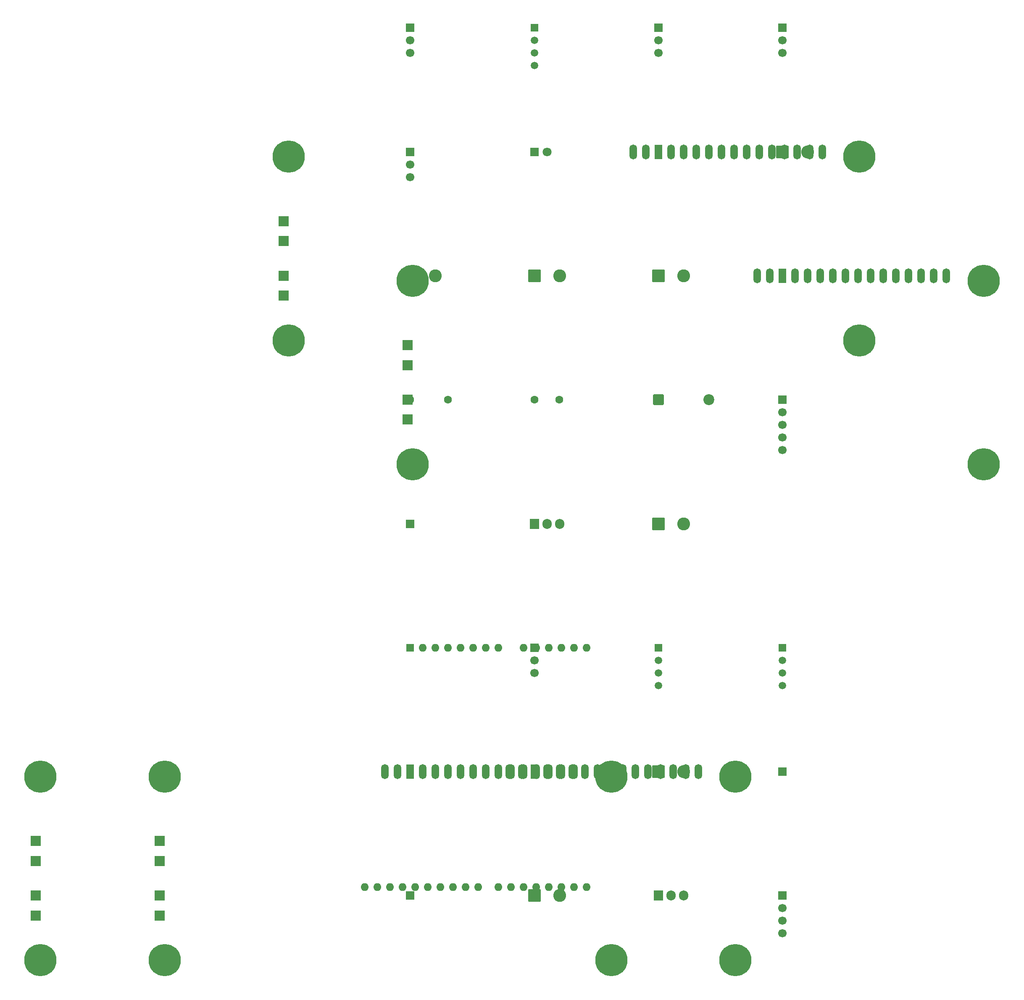
<source format=gbl>
%TF.GenerationSoftware,KiCad,Pcbnew,9.0.7*%
%TF.CreationDate,2026-02-17T01:20:27+05:30*%
%TF.ProjectId,design,64657369-676e-42e6-9b69-6361645f7063,rev?*%
%TF.SameCoordinates,Original*%
%TF.FileFunction,Copper,L2,Bot*%
%TF.FilePolarity,Positive*%
%FSLAX46Y46*%
G04 Gerber Fmt 4.6, Leading zero omitted, Abs format (unit mm)*
G04 Created by KiCad (PCBNEW 9.0.7) date 2026-02-17 01:20:27*
%MOMM*%
%LPD*%
G01*
G04 APERTURE LIST*
G04 Aperture macros list*
%AMRoundRect*
0 Rectangle with rounded corners*
0 $1 Rounding radius*
0 $2 $3 $4 $5 $6 $7 $8 $9 X,Y pos of 4 corners*
0 Add a 4 corners polygon primitive as box body*
4,1,4,$2,$3,$4,$5,$6,$7,$8,$9,$2,$3,0*
0 Add four circle primitives for the rounded corners*
1,1,$1+$1,$2,$3*
1,1,$1+$1,$4,$5*
1,1,$1+$1,$6,$7*
1,1,$1+$1,$8,$9*
0 Add four rect primitives between the rounded corners*
20,1,$1+$1,$2,$3,$4,$5,0*
20,1,$1+$1,$4,$5,$6,$7,0*
20,1,$1+$1,$6,$7,$8,$9,0*
20,1,$1+$1,$8,$9,$2,$3,0*%
G04 Aperture macros list end*
%TA.AperFunction,ComponentPad*%
%ADD10R,1.700000X1.700000*%
%TD*%
%TA.AperFunction,ComponentPad*%
%ADD11C,1.700000*%
%TD*%
%TA.AperFunction,ComponentPad*%
%ADD12RoundRect,0.250000X-1.050000X-1.050000X1.050000X-1.050000X1.050000X1.050000X-1.050000X1.050000X0*%
%TD*%
%TA.AperFunction,ComponentPad*%
%ADD13C,2.600000*%
%TD*%
%TA.AperFunction,ComponentPad*%
%ADD14R,1.905000X2.000000*%
%TD*%
%TA.AperFunction,ComponentPad*%
%ADD15O,1.905000X2.000000*%
%TD*%
%TA.AperFunction,ComponentPad*%
%ADD16R,1.500000X1.500000*%
%TD*%
%TA.AperFunction,ComponentPad*%
%ADD17C,1.500000*%
%TD*%
%TA.AperFunction,ComponentPad*%
%ADD18R,1.600000X1.600000*%
%TD*%
%TA.AperFunction,ComponentPad*%
%ADD19O,1.600000X1.600000*%
%TD*%
%TA.AperFunction,ComponentPad*%
%ADD20C,6.500000*%
%TD*%
%TA.AperFunction,ComponentPad*%
%ADD21R,1.500000X3.000000*%
%TD*%
%TA.AperFunction,ComponentPad*%
%ADD22O,1.500000X3.000000*%
%TD*%
%TA.AperFunction,ComponentPad*%
%ADD23R,2.000000X2.000000*%
%TD*%
%TA.AperFunction,ComponentPad*%
%ADD24C,1.600000*%
%TD*%
%TA.AperFunction,ComponentPad*%
%ADD25RoundRect,0.249999X-0.850001X-0.850001X0.850001X-0.850001X0.850001X0.850001X-0.850001X0.850001X0*%
%TD*%
%TA.AperFunction,ComponentPad*%
%ADD26C,2.200000*%
%TD*%
%TA.AperFunction,ComponentPad*%
%ADD27R,1.800000X1.800000*%
%TD*%
%TA.AperFunction,ComponentPad*%
%ADD28C,1.800000*%
%TD*%
G04 APERTURE END LIST*
D10*
%TO.P,U55,1*%
%TO.N,GND*%
X125000000Y-225000000D03*
D11*
%TO.P,U55,2*%
%TO.N,N/C*%
X125000000Y-227540000D03*
%TO.P,U55,3*%
X125000000Y-230080000D03*
%TO.P,U55,4*%
X125000000Y-232620000D03*
%TD*%
D12*
%TO.P,M18,1*%
%TO.N,GND*%
X75000000Y-100000000D03*
D13*
%TO.P,M18,2*%
%TO.N,N/C*%
X80080000Y-100000000D03*
%TD*%
D10*
%TO.P,U10,1*%
%TO.N,GND*%
X50000000Y-75000000D03*
D11*
%TO.P,U10,2*%
%TO.N,N/C*%
X50000000Y-77540000D03*
%TO.P,U10,3*%
X50000000Y-80080000D03*
%TD*%
D12*
%TO.P,M19,1*%
%TO.N,GND*%
X100000000Y-100000000D03*
D13*
%TO.P,M19,2*%
%TO.N,N/C*%
X105080000Y-100000000D03*
%TD*%
D14*
%TO.P,U54,1*%
%TO.N,GND*%
X100000000Y-225000000D03*
D15*
%TO.P,U54,2*%
%TO.N,N/C*%
X102540000Y-225000000D03*
%TO.P,U54,3*%
X105080000Y-225000000D03*
%TD*%
D16*
%TO.P,U39,1*%
%TO.N,N/C*%
X125000000Y-175000000D03*
D17*
%TO.P,U39,2*%
X125000000Y-177540000D03*
%TO.P,U39,3*%
X125000000Y-180080000D03*
%TO.P,U39,4*%
X125000000Y-182620000D03*
%TD*%
D12*
%TO.P,M16,1*%
%TO.N,GND*%
X125000000Y-75000000D03*
D13*
%TO.P,M16,2*%
%TO.N,N/C*%
X130080000Y-75000000D03*
%TD*%
D10*
%TO.P,U52,1*%
%TO.N,N/C*%
X50000000Y-225000000D03*
%TD*%
%TO.P,U26,1*%
%TO.N,N/C*%
X125000000Y-125000000D03*
D11*
%TO.P,U26,2*%
X125000000Y-127540000D03*
%TO.P,U26,3*%
X125000000Y-130080000D03*
%TO.P,U26,4*%
X125000000Y-132620000D03*
%TO.P,U26,5*%
X125000000Y-135160000D03*
%TD*%
D18*
%TO.P,U35,1*%
%TO.N,GND*%
X50000000Y-175000000D03*
D19*
%TO.P,U35,2*%
%TO.N,N/C*%
X52540000Y-175000000D03*
%TO.P,U35,3*%
X55080000Y-175000000D03*
%TO.P,U35,4*%
X57620000Y-175000000D03*
%TO.P,U35,5*%
X60160000Y-175000000D03*
%TO.P,U35,6*%
X62700000Y-175000000D03*
%TO.P,U35,7*%
X65240000Y-175000000D03*
%TO.P,U35,8*%
X67780000Y-175000000D03*
%TO.P,U35,9*%
X72860000Y-175000000D03*
%TO.P,U35,10*%
X75400000Y-175000000D03*
%TO.P,U35,11*%
X77940000Y-175000000D03*
%TO.P,U35,12*%
X80480000Y-175000000D03*
%TO.P,U35,13*%
X83020000Y-175000000D03*
%TO.P,U35,14*%
X85560000Y-175000000D03*
%TO.P,U35,15*%
X85560000Y-223260000D03*
%TO.P,U35,16*%
X83020000Y-223260000D03*
%TO.P,U35,17*%
X80480000Y-223260000D03*
%TO.P,U35,18*%
X77940000Y-223260000D03*
%TO.P,U35,19*%
X75400000Y-223260000D03*
%TO.P,U35,20*%
X72860000Y-223260000D03*
%TO.P,U35,21*%
X70320000Y-223260000D03*
%TO.P,U35,22*%
X67780000Y-223260000D03*
%TO.P,U35,23*%
X63720000Y-223260000D03*
%TO.P,U35,24*%
X61180000Y-223260000D03*
%TO.P,U35,25*%
X58640000Y-223260000D03*
%TO.P,U35,26*%
X56100000Y-223260000D03*
%TO.P,U35,27*%
X53560000Y-223260000D03*
%TO.P,U35,28*%
X51020000Y-223260000D03*
%TO.P,U35,29*%
X48480000Y-223260000D03*
%TO.P,U35,30*%
X45940000Y-223260000D03*
%TO.P,U35,31*%
X43400000Y-223260000D03*
%TO.P,U35,32*%
X40860000Y-223260000D03*
%TD*%
D12*
%TO.P,BT53,1*%
%TO.N,GND*%
X75000000Y-225000000D03*
D13*
%TO.P,BT53,2*%
%TO.N,N/C*%
X80080000Y-225000000D03*
%TD*%
D10*
%TO.P,U3,1*%
%TO.N,GND*%
X50000000Y-50000000D03*
D11*
%TO.P,U3,2*%
%TO.N,N/C*%
X50000000Y-52540000D03*
%TO.P,U3,3*%
X50000000Y-55080000D03*
%TD*%
D16*
%TO.P,U38,1*%
%TO.N,N/C*%
X100000000Y-175000000D03*
D17*
%TO.P,U38,2*%
X100000000Y-177540000D03*
%TO.P,U38,3*%
X100000000Y-180080000D03*
%TO.P,U38,4*%
X100000000Y-182620000D03*
%TD*%
D16*
%TO.P,U4,1*%
%TO.N,GND*%
X75000000Y-50000000D03*
D17*
%TO.P,U4,2*%
%TO.N,N/C*%
X75000000Y-52540000D03*
%TO.P,U4,3*%
X75000000Y-55080000D03*
%TO.P,U4,4*%
X75000000Y-57620000D03*
%TD*%
D20*
%TO.P,U46,*%
%TO.N,*%
X500000Y-201000000D03*
X500000Y-238000000D03*
X115500000Y-201000000D03*
X115500000Y-238000000D03*
D21*
%TO.P,U46,1*%
%TO.N,N/C*%
X75000000Y-200000000D03*
D22*
%TO.P,U46,2*%
X77540000Y-200000000D03*
%TO.P,U46,3*%
X80080000Y-200000000D03*
%TO.P,U46,4*%
X82620000Y-200000000D03*
%TO.P,U46,5*%
X85160000Y-200000000D03*
%TO.P,U46,6*%
X87700000Y-200000000D03*
%TO.P,U46,7*%
X90240000Y-200000000D03*
%TO.P,U46,8*%
X92780000Y-200000000D03*
%TO.P,U46,9*%
X95320000Y-200000000D03*
%TO.P,U46,10*%
X97860000Y-200000000D03*
%TO.P,U46,11*%
X100400000Y-200000000D03*
%TO.P,U46,12*%
X102940000Y-200000000D03*
%TO.P,U46,13*%
X105480000Y-200000000D03*
%TO.P,U46,14*%
X108020000Y-200000000D03*
%TO.P,U46,15*%
X72460000Y-200000000D03*
%TO.P,U46,16*%
X69920000Y-200000000D03*
D23*
%TO.P,U46,A1*%
X-500000Y-214000000D03*
%TO.P,U46,A2*%
X-500000Y-225000000D03*
%TO.P,U46,K1*%
X-500000Y-218000000D03*
%TO.P,U46,K2*%
X-500000Y-229000000D03*
%TD*%
D10*
%TO.P,U9,1*%
%TO.N,GND*%
X125000000Y-50000000D03*
D11*
%TO.P,U9,2*%
%TO.N,N/C*%
X125000000Y-52540000D03*
%TO.P,U9,3*%
X125000000Y-55080000D03*
%TD*%
D20*
%TO.P,U45,*%
%TO.N,*%
X-24500000Y-201000000D03*
X-24500000Y-238000000D03*
X90500000Y-201000000D03*
X90500000Y-238000000D03*
D21*
%TO.P,U45,1*%
%TO.N,N/C*%
X50000000Y-200000000D03*
D22*
%TO.P,U45,2*%
X52540000Y-200000000D03*
%TO.P,U45,3*%
X55080000Y-200000000D03*
%TO.P,U45,4*%
X57620000Y-200000000D03*
%TO.P,U45,5*%
X60160000Y-200000000D03*
%TO.P,U45,6*%
X62700000Y-200000000D03*
%TO.P,U45,7*%
X65240000Y-200000000D03*
%TO.P,U45,8*%
X67780000Y-200000000D03*
%TO.P,U45,9*%
X70320000Y-200000000D03*
%TO.P,U45,10*%
X72860000Y-200000000D03*
%TO.P,U45,11*%
X75400000Y-200000000D03*
%TO.P,U45,12*%
X77940000Y-200000000D03*
%TO.P,U45,13*%
X80480000Y-200000000D03*
%TO.P,U45,14*%
X83020000Y-200000000D03*
%TO.P,U45,15*%
X47460000Y-200000000D03*
%TO.P,U45,16*%
X44920000Y-200000000D03*
D23*
%TO.P,U45,A1*%
X-25500000Y-214000000D03*
%TO.P,U45,A2*%
X-25500000Y-225000000D03*
%TO.P,U45,K1*%
X-25500000Y-218000000D03*
%TO.P,U45,K2*%
X-25500000Y-229000000D03*
%TD*%
D24*
%TO.P,C23,1*%
%TO.N,GND*%
X75000000Y-125000000D03*
%TO.P,C23,2*%
%TO.N,N/C*%
X80000000Y-125000000D03*
%TD*%
D20*
%TO.P,U21,*%
%TO.N,*%
X50500000Y-101000000D03*
X50500000Y-138000000D03*
X165500000Y-101000000D03*
X165500000Y-138000000D03*
D21*
%TO.P,U21,1*%
%TO.N,N/C*%
X125000000Y-100000000D03*
D22*
%TO.P,U21,2*%
X127540000Y-100000000D03*
%TO.P,U21,3*%
X130080000Y-100000000D03*
%TO.P,U21,4*%
X132620000Y-100000000D03*
%TO.P,U21,5*%
X135160000Y-100000000D03*
%TO.P,U21,6*%
X137700000Y-100000000D03*
%TO.P,U21,7*%
X140240000Y-100000000D03*
%TO.P,U21,8*%
X142780000Y-100000000D03*
%TO.P,U21,9*%
X145320000Y-100000000D03*
%TO.P,U21,10*%
X147860000Y-100000000D03*
%TO.P,U21,11*%
X150400000Y-100000000D03*
%TO.P,U21,12*%
X152940000Y-100000000D03*
%TO.P,U21,13*%
X155480000Y-100000000D03*
%TO.P,U21,14*%
X158020000Y-100000000D03*
%TO.P,U21,15*%
X122460000Y-100000000D03*
%TO.P,U21,16*%
X119920000Y-100000000D03*
D23*
%TO.P,U21,A1*%
X49500000Y-114000000D03*
%TO.P,U21,A2*%
X49500000Y-125000000D03*
%TO.P,U21,K1*%
X49500000Y-118000000D03*
%TO.P,U21,K2*%
X49500000Y-129000000D03*
%TD*%
D25*
%TO.P,D25,1*%
%TO.N,N/C*%
X100000000Y-125000000D03*
D26*
%TO.P,D25,2*%
X110160000Y-125000000D03*
%TD*%
D10*
%TO.P,J51,1*%
%TO.N,N/C*%
X125000000Y-200000000D03*
%TD*%
D14*
%TO.P,U29,1*%
%TO.N,GND*%
X75000000Y-150000000D03*
D15*
%TO.P,U29,2*%
%TO.N,N/C*%
X77540000Y-150000000D03*
%TO.P,U29,3*%
X80080000Y-150000000D03*
%TD*%
D12*
%TO.P,BT30,1*%
%TO.N,GND*%
X100000000Y-150000000D03*
D13*
%TO.P,BT30,2*%
%TO.N,N/C*%
X105080000Y-150000000D03*
%TD*%
D10*
%TO.P,J27,1*%
%TO.N,N/C*%
X50000000Y-150000000D03*
%TD*%
D12*
%TO.P,M17,1*%
%TO.N,GND*%
X50000000Y-100000000D03*
D13*
%TO.P,M17,2*%
%TO.N,N/C*%
X55080000Y-100000000D03*
%TD*%
D20*
%TO.P,U13,*%
%TO.N,*%
X25500000Y-76000000D03*
X25500000Y-113000000D03*
X140500000Y-76000000D03*
X140500000Y-113000000D03*
D21*
%TO.P,U13,1*%
%TO.N,N/C*%
X100000000Y-75000000D03*
D22*
%TO.P,U13,2*%
X102540000Y-75000000D03*
%TO.P,U13,3*%
X105080000Y-75000000D03*
%TO.P,U13,4*%
X107620000Y-75000000D03*
%TO.P,U13,5*%
X110160000Y-75000000D03*
%TO.P,U13,6*%
X112700000Y-75000000D03*
%TO.P,U13,7*%
X115240000Y-75000000D03*
%TO.P,U13,8*%
X117780000Y-75000000D03*
%TO.P,U13,9*%
X120320000Y-75000000D03*
%TO.P,U13,10*%
X122860000Y-75000000D03*
%TO.P,U13,11*%
X125400000Y-75000000D03*
%TO.P,U13,12*%
X127940000Y-75000000D03*
%TO.P,U13,13*%
X130480000Y-75000000D03*
%TO.P,U13,14*%
X133020000Y-75000000D03*
%TO.P,U13,15*%
X97460000Y-75000000D03*
%TO.P,U13,16*%
X94920000Y-75000000D03*
D23*
%TO.P,U13,A1*%
X24500000Y-89000000D03*
%TO.P,U13,A2*%
X24500000Y-100000000D03*
%TO.P,U13,K1*%
X24500000Y-93000000D03*
%TO.P,U13,K2*%
X24500000Y-104000000D03*
%TD*%
D10*
%TO.P,U5,1*%
%TO.N,GND*%
X100000000Y-50000000D03*
D11*
%TO.P,U5,2*%
%TO.N,N/C*%
X100000000Y-52540000D03*
%TO.P,U5,3*%
X100000000Y-55080000D03*
%TD*%
D12*
%TO.P,M48,1*%
%TO.N,GND*%
X100000000Y-200000000D03*
D13*
%TO.P,M48,2*%
%TO.N,N/C*%
X105080000Y-200000000D03*
%TD*%
D27*
%TO.P,D12,1*%
%TO.N,GND*%
X75000000Y-75000000D03*
D28*
%TO.P,D12,2*%
%TO.N,Net-(D12-R22)*%
X77540000Y-75000000D03*
%TD*%
D24*
%TO.P,R22,1*%
%TO.N,Net-(D12-R22)*%
X50000000Y-125000000D03*
%TO.P,R22,2*%
%TO.N,N/C*%
X57620000Y-125000000D03*
%TD*%
D10*
%TO.P,U37,1*%
%TO.N,GND*%
X75000000Y-175000000D03*
D11*
%TO.P,U37,2*%
%TO.N,N/C*%
X75000000Y-177540000D03*
%TO.P,U37,3*%
X75000000Y-180080000D03*
%TD*%
M02*

</source>
